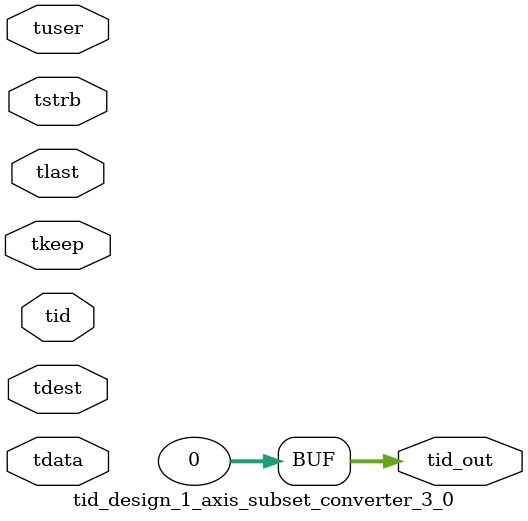
<source format=v>


`timescale 1ps/1ps

module tid_design_1_axis_subset_converter_3_0 #
(
parameter C_S_AXIS_TID_WIDTH   = 1,
parameter C_S_AXIS_TUSER_WIDTH = 0,
parameter C_S_AXIS_TDATA_WIDTH = 0,
parameter C_S_AXIS_TDEST_WIDTH = 0,
parameter C_M_AXIS_TID_WIDTH   = 32
)
(
input  [(C_S_AXIS_TID_WIDTH   == 0 ? 1 : C_S_AXIS_TID_WIDTH)-1:0       ] tid,
input  [(C_S_AXIS_TDATA_WIDTH == 0 ? 1 : C_S_AXIS_TDATA_WIDTH)-1:0     ] tdata,
input  [(C_S_AXIS_TUSER_WIDTH == 0 ? 1 : C_S_AXIS_TUSER_WIDTH)-1:0     ] tuser,
input  [(C_S_AXIS_TDEST_WIDTH == 0 ? 1 : C_S_AXIS_TDEST_WIDTH)-1:0     ] tdest,
input  [(C_S_AXIS_TDATA_WIDTH/8)-1:0 ] tkeep,
input  [(C_S_AXIS_TDATA_WIDTH/8)-1:0 ] tstrb,
input                                                                    tlast,
output [(C_M_AXIS_TID_WIDTH   == 0 ? 1 : C_M_AXIS_TID_WIDTH)-1:0       ] tid_out
);

assign tid_out = {1'b0};

endmodule


</source>
